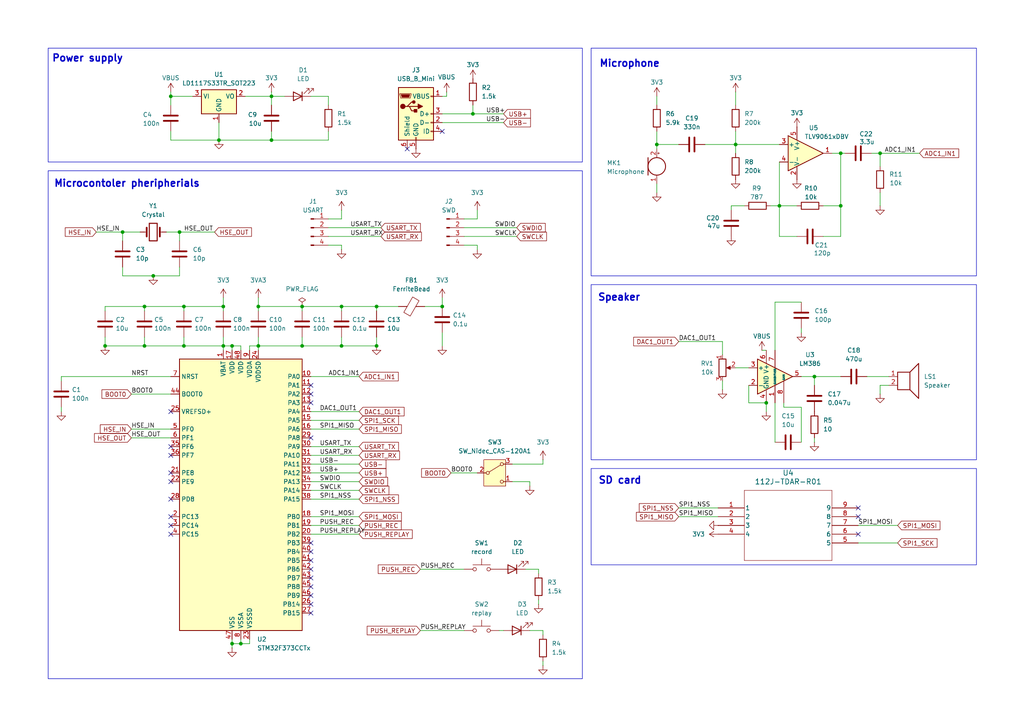
<source format=kicad_sch>
(kicad_sch (version 20231120) (generator "eeschema") (generator_version "8.0")
  (paper "A4")
  (title_block (title "Voice recording and playback system with STM32") (company "Joanna Chrobot"))
  (junction (at 63.5 40.64))
  (junction (at 74.93 88.9))
  (junction (at 35.56 67.31))
  (junction (at 109.22 88.9))
  (junction (at 53.34 100.33))
  (junction (at 64.77 100.33))
  (junction (at 99.06 88.9))
  (junction (at 78.74 40.64))
  (junction (at 41.91 88.9))
  (junction (at 64.77 88.9))
  (junction (at 243.84 59.69))
  (junction (at 243.84 44.45))
  (junction (at 87.63 88.9))
  (junction (at 109.22 100.33))
  (junction (at 128.27 88.9))
  (junction (at 74.93 100.33))
  (junction (at 30.48 100.33))
  (junction (at 44.45 80.01))
  (junction (at 87.63 100.33))
  (junction (at 190.5 41.91))
  (junction (at 67.31 186.69))
  (junction (at 226.06 59.69))
  (junction (at 49.53 27.94))
  (junction (at 255.27 44.45))
  (junction (at 53.34 88.9))
  (junction (at 99.06 100.33))
  (junction (at 222.25 116.84))
  (junction (at 69.85 186.69))
  (junction (at 52.07 67.31))
  (junction (at 41.91 100.33))
  (junction (at 78.74 27.94))
  (junction (at 213.36 41.91))
  (junction (at 236.22 109.22))
  (junction (at 137.16 33.02))
  (junction (at 67.31 100.33))
  (no_connect (at 90.17 127))
  (no_connect (at 49.53 144.78))
  (no_connect (at 49.53 154.94))
  (no_connect (at 248.92 149.86))
  (no_connect (at 49.53 152.4))
  (no_connect (at 90.17 175.26))
  (no_connect (at 49.53 137.16))
  (no_connect (at 118.11 43.18))
  (no_connect (at 248.92 154.94))
  (no_connect (at 49.53 119.38))
  (no_connect (at 90.17 111.76))
  (no_connect (at 90.17 114.3))
  (no_connect (at 90.17 116.84))
  (no_connect (at 49.53 139.7))
  (no_connect (at 90.17 165.1))
  (no_connect (at 49.53 149.86))
  (no_connect (at 128.27 38.1))
  (no_connect (at 90.17 167.64))
  (no_connect (at 49.53 129.54))
  (no_connect (at 90.17 170.18))
  (no_connect (at 90.17 162.56))
  (no_connect (at 49.53 132.08))
  (no_connect (at 248.92 147.32))
  (no_connect (at 90.17 157.48))
  (no_connect (at 90.17 160.02))
  (no_connect (at 90.17 172.72))
  (no_connect (at 90.17 177.8))
  (wire (pts (xy 78.74 27.94) (xy 78.74 30.48)))
  (wire (pts (xy 90.17 27.94) (xy 95.25 27.94)))
  (wire (pts (xy 232.41 109.22) (xy 236.22 109.22)))
  (wire (pts (xy 64.77 97.79) (xy 64.77 100.33)))
  (wire (pts (xy 157.48 182.88) (xy 157.48 184.15)))
  (wire (pts (xy 226.06 46.99) (xy 226.06 59.69)))
  (wire (pts (xy 95.25 66.04) (xy 110.49 66.04)))
  (wire (pts (xy 129.54 27.94) (xy 128.27 27.94)))
  (wire (pts (xy 27.94 67.31) (xy 35.56 67.31)))
  (wire (pts (xy 209.55 110.49) (xy 209.55 113.03)))
  (wire (pts (xy 90.17 121.92) (xy 104.14 121.92)))
  (wire (pts (xy 217.17 111.76) (xy 217.17 116.84)))
  (wire (pts (xy 190.5 41.91) (xy 190.5 43.18)))
  (wire (pts (xy 49.53 38.1) (xy 49.53 40.64)))
  (wire (pts (xy 190.5 53.34) (xy 190.5 55.88)))
  (wire (pts (xy 74.93 100.33) (xy 87.63 100.33)))
  (wire (pts (xy 224.79 116.84) (xy 224.79 128.27)))
  (wire (pts (xy 67.31 100.33) (xy 69.85 100.33)))
  (wire (pts (xy 243.84 44.45) (xy 241.3 44.45)))
  (wire (pts (xy 38.1 127) (xy 49.53 127)))
  (wire (pts (xy 69.85 100.33) (xy 69.85 101.6)))
  (wire (pts (xy 53.34 97.79) (xy 53.34 100.33)))
  (wire (pts (xy 35.56 67.31) (xy 35.56 69.85)))
  (wire (pts (xy 255.27 44.45) (xy 255.27 48.26)))
  (wire (pts (xy 109.22 88.9) (xy 115.57 88.9)))
  (wire (pts (xy 134.62 66.04) (xy 149.86 66.04)))
  (wire (pts (xy 128.27 86.36) (xy 128.27 88.9)))
  (wire (pts (xy 212.09 60.96) (xy 212.09 59.69)))
  (wire (pts (xy 49.53 40.64) (xy 63.5 40.64)))
  (wire (pts (xy 255.27 55.88) (xy 255.27 59.69)))
  (wire (pts (xy 90.17 124.46) (xy 104.14 124.46)))
  (wire (pts (xy 95.25 68.58) (xy 110.49 68.58)))
  (wire (pts (xy 134.62 68.58) (xy 149.86 68.58)))
  (wire (pts (xy 52.07 69.85) (xy 52.07 67.31)))
  (wire (pts (xy 63.5 40.64) (xy 78.74 40.64)))
  (wire (pts (xy 53.34 88.9) (xy 41.91 88.9)))
  (wire (pts (xy 212.09 59.69) (xy 215.9 59.69)))
  (wire (pts (xy 257.81 111.76) (xy 255.27 111.76)))
  (wire (pts (xy 224.79 87.63) (xy 232.41 87.63)))
  (wire (pts (xy 52.07 80.01) (xy 52.07 77.47)))
  (wire (pts (xy 137.16 33.02) (xy 146.05 33.02)))
  (wire (pts (xy 53.34 100.33) (xy 64.77 100.33)))
  (wire (pts (xy 226.06 59.69) (xy 231.14 59.69)))
  (wire (pts (xy 72.39 100.33) (xy 72.39 101.6)))
  (wire (pts (xy 121.92 182.88) (xy 134.62 182.88)))
  (wire (pts (xy 78.74 38.1) (xy 78.74 40.64)))
  (wire (pts (xy 78.74 27.94) (xy 82.55 27.94)))
  (wire (pts (xy 35.56 77.47) (xy 35.56 80.01)))
  (wire (pts (xy 220.98 101.6) (xy 222.25 101.6)))
  (wire (pts (xy 209.55 99.06) (xy 209.55 102.87)))
  (wire (pts (xy 90.17 152.4) (xy 104.14 152.4)))
  (wire (pts (xy 67.31 186.69) (xy 69.85 186.69)))
  (wire (pts (xy 71.12 27.94) (xy 78.74 27.94)))
  (wire (pts (xy 243.84 68.58) (xy 243.84 59.69)))
  (wire (pts (xy 196.85 99.06) (xy 209.55 99.06)))
  (wire (pts (xy 90.17 144.78) (xy 104.14 144.78)))
  (wire (pts (xy 243.84 44.45) (xy 245.11 44.45)))
  (wire (pts (xy 30.48 97.79) (xy 30.48 100.33)))
  (wire (pts (xy 213.36 41.91) (xy 226.06 41.91)))
  (wire (pts (xy 252.73 44.45) (xy 255.27 44.45)))
  (wire (pts (xy 30.48 88.9) (xy 30.48 90.17)))
  (wire (pts (xy 213.36 106.68) (xy 217.17 106.68)))
  (wire (pts (xy 232.41 96.52) (xy 232.41 95.25)))
  (wire (pts (xy 99.06 88.9) (xy 99.06 90.17)))
  (wire (pts (xy 213.36 26.67) (xy 213.36 30.48)))
  (wire (pts (xy 95.25 63.5) (xy 99.06 63.5)))
  (wire (pts (xy 128.27 33.02) (xy 137.16 33.02)))
  (wire (pts (xy 49.53 26.67) (xy 49.53 27.94)))
  (wire (pts (xy 138.43 72.39) (xy 138.43 71.12)))
  (wire (pts (xy 222.25 119.38) (xy 222.25 116.84)))
  (wire (pts (xy 74.93 88.9) (xy 87.63 88.9)))
  (wire (pts (xy 90.17 154.94) (xy 104.14 154.94)))
  (wire (pts (xy 248.92 157.48) (xy 260.35 157.48)))
  (wire (pts (xy 90.17 142.24) (xy 104.14 142.24)))
  (wire (pts (xy 99.06 100.33) (xy 109.22 100.33)))
  (wire (pts (xy 99.06 88.9) (xy 109.22 88.9)))
  (wire (pts (xy 109.22 97.79) (xy 109.22 100.33)))
  (wire (pts (xy 72.39 185.42) (xy 72.39 186.69)))
  (wire (pts (xy 69.85 186.69) (xy 72.39 186.69)))
  (wire (pts (xy 232.41 118.11) (xy 232.41 128.27)))
  (wire (pts (xy 17.78 109.22) (xy 49.53 109.22)))
  (wire (pts (xy 63.5 35.56) (xy 63.5 40.64)))
  (wire (pts (xy 90.17 109.22) (xy 104.14 109.22)))
  (wire (pts (xy 152.4 165.1) (xy 156.21 165.1)))
  (wire (pts (xy 35.56 67.31) (xy 40.64 67.31)))
  (wire (pts (xy 38.1 124.46) (xy 49.53 124.46)))
  (wire (pts (xy 156.21 165.1) (xy 156.21 166.37)))
  (wire (pts (xy 87.63 90.17) (xy 87.63 88.9)))
  (wire (pts (xy 226.06 59.69) (xy 226.06 68.58)))
  (wire (pts (xy 69.85 185.42) (xy 69.85 186.69)))
  (wire (pts (xy 255.27 44.45) (xy 266.7 44.45)))
  (wire (pts (xy 41.91 88.9) (xy 41.91 90.17)))
  (wire (pts (xy 153.67 139.7) (xy 153.67 140.97)))
  (wire (pts (xy 90.17 134.62) (xy 104.14 134.62)))
  (wire (pts (xy 64.77 86.36) (xy 64.77 88.9)))
  (wire (pts (xy 64.77 100.33) (xy 67.31 100.33)))
  (wire (pts (xy 74.93 101.6) (xy 74.93 100.33)))
  (wire (pts (xy 213.36 41.91) (xy 213.36 44.45)))
  (wire (pts (xy 148.59 139.7) (xy 153.67 139.7)))
  (wire (pts (xy 248.92 152.4) (xy 260.35 152.4)))
  (wire (pts (xy 90.17 129.54) (xy 104.14 129.54)))
  (wire (pts (xy 204.47 41.91) (xy 213.36 41.91)))
  (wire (pts (xy 236.22 109.22) (xy 236.22 111.76)))
  (wire (pts (xy 223.52 59.69) (xy 226.06 59.69)))
  (wire (pts (xy 17.78 109.22) (xy 17.78 110.49)))
  (wire (pts (xy 41.91 88.9) (xy 30.48 88.9)))
  (wire (pts (xy 38.1 114.3) (xy 49.53 114.3)))
  (wire (pts (xy 67.31 185.42) (xy 67.31 186.69)))
  (wire (pts (xy 236.22 109.22) (xy 243.84 109.22)))
  (wire (pts (xy 251.46 109.22) (xy 257.81 109.22)))
  (wire (pts (xy 236.22 127) (xy 236.22 128.27)))
  (wire (pts (xy 130.81 137.16) (xy 138.43 137.16)))
  (wire (pts (xy 64.77 88.9) (xy 53.34 88.9)))
  (wire (pts (xy 109.22 90.17) (xy 109.22 88.9)))
  (wire (pts (xy 52.07 67.31) (xy 62.23 67.31)))
  (wire (pts (xy 90.17 119.38) (xy 104.14 119.38)))
  (wire (pts (xy 67.31 186.69) (xy 67.31 187.96)))
  (wire (pts (xy 87.63 97.79) (xy 87.63 100.33)))
  (wire (pts (xy 64.77 100.33) (xy 64.77 101.6)))
  (wire (pts (xy 74.93 88.9) (xy 74.93 90.17)))
  (wire (pts (xy 243.84 59.69) (xy 243.84 44.45)))
  (wire (pts (xy 48.26 67.31) (xy 52.07 67.31)))
  (wire (pts (xy 134.62 63.5) (xy 138.43 63.5)))
  (wire (pts (xy 217.17 116.84) (xy 222.25 116.84)))
  (wire (pts (xy 123.19 88.9) (xy 128.27 88.9)))
  (wire (pts (xy 95.25 27.94) (xy 95.25 30.48)))
  (wire (pts (xy 190.5 27.94) (xy 190.5 30.48)))
  (wire (pts (xy 41.91 100.33) (xy 53.34 100.33)))
  (wire (pts (xy 95.25 71.12) (xy 99.06 71.12)))
  (wire (pts (xy 78.74 40.64) (xy 95.25 40.64)))
  (wire (pts (xy 157.48 134.62) (xy 157.48 133.35)))
  (wire (pts (xy 153.67 182.88) (xy 157.48 182.88)))
  (wire (pts (xy 90.17 149.86) (xy 104.14 149.86)))
  (wire (pts (xy 78.74 26.67) (xy 78.74 27.94)))
  (wire (pts (xy 157.48 191.77) (xy 157.48 193.04)))
  (wire (pts (xy 41.91 97.79) (xy 41.91 100.33)))
  (wire (pts (xy 64.77 88.9) (xy 64.77 90.17)))
  (wire (pts (xy 137.16 30.48) (xy 137.16 33.02)))
  (wire (pts (xy 121.92 165.1) (xy 134.62 165.1)))
  (wire (pts (xy 49.53 27.94) (xy 55.88 27.94)))
  (wire (pts (xy 190.5 38.1) (xy 190.5 41.91)))
  (wire (pts (xy 87.63 88.9) (xy 99.06 88.9)))
  (wire (pts (xy 196.85 147.32) (xy 208.28 147.32)))
  (wire (pts (xy 35.56 80.01) (xy 44.45 80.01)))
  (wire (pts (xy 74.93 86.36) (xy 74.93 88.9)))
  (wire (pts (xy 53.34 88.9) (xy 53.34 90.17)))
  (wire (pts (xy 90.17 139.7) (xy 104.14 139.7)))
  (wire (pts (xy 17.78 119.38) (xy 17.78 118.11)))
  (wire (pts (xy 238.76 68.58) (xy 243.84 68.58)))
  (wire (pts (xy 227.33 116.84) (xy 227.33 118.11)))
  (wire (pts (xy 227.33 118.11) (xy 232.41 118.11)))
  (wire (pts (xy 213.36 38.1) (xy 213.36 41.91)))
  (wire (pts (xy 49.53 27.94) (xy 49.53 30.48)))
  (wire (pts (xy 67.31 100.33) (xy 67.31 101.6)))
  (wire (pts (xy 99.06 60.96) (xy 99.06 63.5)))
  (wire (pts (xy 238.76 59.69) (xy 243.84 59.69)))
  (wire (pts (xy 255.27 111.76) (xy 255.27 114.3)))
  (wire (pts (xy 224.79 101.6) (xy 224.79 87.63)))
  (wire (pts (xy 128.27 35.56) (xy 146.05 35.56)))
  (wire (pts (xy 190.5 41.91) (xy 196.85 41.91)))
  (wire (pts (xy 30.48 100.33) (xy 41.91 100.33)))
  (wire (pts (xy 74.93 97.79) (xy 74.93 100.33)))
  (wire (pts (xy 87.63 100.33) (xy 99.06 100.33)))
  (wire (pts (xy 226.06 68.58) (xy 231.14 68.58)))
  (wire (pts (xy 144.78 182.88) (xy 146.05 182.88)))
  (wire (pts (xy 72.39 100.33) (xy 74.93 100.33)))
  (wire (pts (xy 148.59 134.62) (xy 157.48 134.62)))
  (wire (pts (xy 138.43 60.96) (xy 138.43 63.5)))
  (wire (pts (xy 129.54 26.67) (xy 129.54 27.94)))
  (wire (pts (xy 134.62 71.12) (xy 138.43 71.12)))
  (wire (pts (xy 128.27 96.52) (xy 128.27 100.33)))
  (wire (pts (xy 90.17 137.16) (xy 104.14 137.16)))
  (wire (pts (xy 99.06 72.39) (xy 99.06 71.12)))
  (wire (pts (xy 196.85 149.86) (xy 208.28 149.86)))
  (wire (pts (xy 156.21 173.99) (xy 156.21 175.26)))
  (wire (pts (xy 44.45 80.01) (xy 52.07 80.01)))
  (wire (pts (xy 99.06 100.33) (xy 99.06 97.79)))
  (wire (pts (xy 90.17 132.08) (xy 104.14 132.08)))
  (wire (pts (xy 95.25 38.1) (xy 95.25 40.64)))
  (rectangle (start 13.97 49.53) (end 168.91 196.85))
  (rectangle (start 171.45 82.55) (end 283.21 133.35))
  (rectangle (start 171.45 13.97) (end 283.21 80.01))
  (rectangle (start 171.45 135.89) (end 283.21 163.83))
  (rectangle (start 13.97 13.97) (end 168.91 46.99))
  (text "Microphone" (at 182.626 18.542 0) (effects (font (size 2.032 2.032) (thickness 0.4064) (bold yes))))
  (text "Microcontoler pheripherials" (at 36.83 53.34 0) (effects (font (size 2.032 2.032) (thickness 0.4064) (bold yes))))
  (text "Speaker" (at 179.578 86.36 0) (effects (font (size 2.032 2.032) (thickness 0.4064) (bold yes))))
  (text "Power supply" (at 25.4 17.018 0) (effects (font (size 2.032 2.032) (thickness 0.4064) (bold yes))))
  (text "SD card" (at 179.832 139.446 0) (effects (font (size 2.032 2.032) (thickness 0.4064) (bold yes))))
  (label "USART_TX" (at 92.71 129.54 0))
  (label "ADC1_IN1" (at 95.25 109.22 0))
  (label "SWDIO" (at 92.71 139.7 0))
  (label "SPI1_MOSI" (at 92.71 149.86 0))
  (label "USART_TX" (at 101.6 66.04 0))
  (label "SWCLK" (at 92.71 142.24 0))
  (label "PUSH_REPLAY" (at 121.92 182.88 0))
  (label "DAC1_OUT1" (at 92.71 119.38 0))
  (label "USB+" (at 92.71 137.16 0))
  (label "SWDIO" (at 143.51 66.04 0))
  (label "USB-" (at 140.97 35.56 0))
  (label "SPI1_MISO" (at 196.85 149.86 0))
  (label "PUSH_REC" (at 92.71 152.4 0))
  (label "HSE_IN" (at 38.1 124.46 0))
  (label "BOOT0" (at 130.81 137.16 0))
  (label "NRST" (at 38.1 109.22 0))
  (label "PUSH_REPLAY" (at 92.71 154.94 0))
  (label "SWCLK" (at 143.51 68.58 0))
  (label "PUSH_REC" (at 121.92 165.1 0))
  (label "HSE_IN" (at 27.94 67.31 0))
  (label "SPI1_NSS" (at 92.71 144.78 0))
  (label "SPI1_MISO" (at 92.71 124.46 0))
  (label "SPI1_MOSI" (at 248.92 152.4 0))
  (label "USB+" (at 140.97 33.02 0))
  (label "USB-" (at 92.71 134.62 0))
  (label "USART_RX" (at 101.6 68.58 0))
  (label "BOOT0" (at 38.1 114.3 0))
  (label "DAC1_OUT1" (at 196.85 99.06 0))
  (label "HSE_OUT" (at 38.1 127 0))
  (label "USART_RX" (at 92.71 132.08 0))
  (label "SPI1_NSS" (at 196.85 147.32 0))
  (label "HSE_OUT" (at 53.34 67.31 0))
  (label "ADC1_IN1" (at 256.54 44.45 0))
  (global_label "PUSH_REPLAY" (shape input) (at 121.92 182.88 180) (property "Intersheetrefs" "${INTERSHEET_REFS}" (effects (hide yes))))
  (global_label "PUSH_REPLAY" (shape input) (at 104.14 154.94 0) (property "Intersheetrefs" "${INTERSHEET_REFS}" (effects (hide yes))))
  (global_label "SPI1_NSS" (shape input) (at 104.14 144.78 0) (property "Intersheetrefs" "${INTERSHEET_REFS}" (effects (hide yes))))
  (global_label "SPI1_MOSI" (shape input) (at 104.14 149.86 0) (property "Intersheetrefs" "${INTERSHEET_REFS}" (effects (hide yes))))
  (global_label "SPI1_MOSI" (shape input) (at 260.35 152.4 0) (property "Intersheetrefs" "${INTERSHEET_REFS}" (effects (hide yes))))
  (global_label "HSE_OUT" (shape input) (at 62.23 67.31 0) (property "Intersheetrefs" "${INTERSHEET_REFS}" (effects (hide yes))))
  (global_label "HSE_OUT" (shape input) (at 38.1 127 180) (property "Intersheetrefs" "${INTERSHEET_REFS}" (effects (hide yes))))
  (global_label "USART_TX" (shape input) (at 104.14 129.54 0) (property "Intersheetrefs" "${INTERSHEET_REFS}" (effects (hide yes))))
  (global_label "DAC1_OUT1" (shape input) (at 196.85 99.06 180) (property "Intersheetrefs" "${INTERSHEET_REFS}" (effects (hide yes))))
  (global_label "USART_TX" (shape input) (at 110.49 66.04 0) (property "Intersheetrefs" "${INTERSHEET_REFS}" (effects (hide yes))))
  (global_label "HSE_IN" (shape input) (at 27.94 67.31 180) (property "Intersheetrefs" "${INTERSHEET_REFS}" (effects (hide yes))))
  (global_label "HSE_IN" (shape input) (at 38.1 124.46 180) (property "Intersheetrefs" "${INTERSHEET_REFS}" (effects (hide yes))))
  (global_label "SWDIO" (shape input) (at 149.86 66.04 0) (property "Intersheetrefs" "${INTERSHEET_REFS}" (effects (hide yes))))
  (global_label "USB-" (shape input) (at 146.05 35.56 0) (property "Intersheetrefs" "${INTERSHEET_REFS}" (effects (hide yes))))
  (global_label "SWCLK" (shape input) (at 104.14 142.24 0) (property "Intersheetrefs" "${INTERSHEET_REFS}" (effects (hide yes))))
  (global_label "SPI1_MISO" (shape input) (at 104.14 124.46 0) (property "Intersheetrefs" "${INTERSHEET_REFS}" (effects (hide yes))))
  (global_label "USB-" (shape input) (at 104.14 134.62 0) (property "Intersheetrefs" "${INTERSHEET_REFS}" (effects (hide yes))))
  (global_label "SPI1_NSS" (shape input) (at 196.85 147.32 180) (property "Intersheetrefs" "${INTERSHEET_REFS}" (effects (hide yes))))
  (global_label "USART_RX" (shape input) (at 110.49 68.58 0) (property "Intersheetrefs" "${INTERSHEET_REFS}" (effects (hide yes))))
  (global_label "USART_RX" (shape input) (at 104.14 132.08 0) (property "Intersheetrefs" "${INTERSHEET_REFS}" (effects (hide yes))))
  (global_label "SWCLK" (shape input) (at 149.86 68.58 0) (property "Intersheetrefs" "${INTERSHEET_REFS}" (effects (hide yes))))
  (global_label "DAC1_OUT1" (shape input) (at 104.14 119.38 0) (property "Intersheetrefs" "${INTERSHEET_REFS}" (effects (hide yes))))
  (global_label "SPI1_SCK" (shape input) (at 104.14 121.92 0) (property "Intersheetrefs" "${INTERSHEET_REFS}" (effects (hide yes))))
  (global_label "USB+" (shape input) (at 104.14 137.16 0) (property "Intersheetrefs" "${INTERSHEET_REFS}" (effects (hide yes))))
  (global_label "ADC1_IN1" (shape input) (at 266.7 44.45 0) (property "Intersheetrefs" "${INTERSHEET_REFS}" (effects (hide yes))))
  (global_label "USB+" (shape input) (at 146.05 33.02 0) (property "Intersheetrefs" "${INTERSHEET_REFS}" (effects (hide yes))))
  (global_label "SPI1_SCK" (shape input) (at 260.35 157.48 0) (property "Intersheetrefs" "${INTERSHEET_REFS}" (effects (hide yes))))
  (global_label "BOOT0" (shape input) (at 38.1 114.3 180) (property "Intersheetrefs" "${INTERSHEET_REFS}" (effects (hide yes))))
  (global_label "PUSH_REC" (shape input) (at 104.14 152.4 0) (property "Intersheetrefs" "${INTERSHEET_REFS}" (effects (hide yes))))
  (global_label "SWDIO" (shape input) (at 104.14 139.7 0) (property "Intersheetrefs" "${INTERSHEET_REFS}" (effects (hide yes))))
  (global_label "BOOT0" (shape input) (at 130.81 137.16 180) (property "Intersheetrefs" "${INTERSHEET_REFS}" (effects (hide yes))))
  (global_label "ADC1_IN1" (shape input) (at 104.14 109.22 0) (property "Intersheetrefs" "${INTERSHEET_REFS}" (effects (hide yes))))
  (global_label "PUSH_REC" (shape input) (at 121.92 165.1 180) (property "Intersheetrefs" "${INTERSHEET_REFS}" (effects (hide yes))))
  (global_label "SPI1_MISO" (shape input) (at 196.85 149.86 180) (property "Intersheetrefs" "${INTERSHEET_REFS}" (effects (hide yes))))
  (symbol (lib_id "Device:C") (at 234.95 68.58 90) (unit 1)
    (property "Reference" "C21" (at 238.252 71.12 90))
    (property "Value" "120p" (at 238.506 73.406 90))
    (property "Footprint" "Capacitor_SMD:C_0805_2012Metric_Pad1.18x1.45mm_HandSolder" (effects (hide yes)))
    (property "Description" "Unpolarized capacitor" (effects (hide yes)))
  )
  (symbol (lib_id "power:VCC") (at 64.77 86.36 0) (unit 1)
    (property "Reference" "#PWR06" (effects (hide yes)))
    (property "Value" "3V3" (at 64.77 81.28 0))
    (property "Description" "Power symbol creates a global label with name \"VCC\"" (effects (hide yes)))
  )
  (symbol (lib_id "power:VCC") (at 74.93 86.36 0) (unit 1)
    (property "Reference" "#PWR09" (effects (hide yes)))
    (property "Value" "3VA3" (at 74.93 81.28 0))
    (property "Description" "Power symbol creates a global label with name \"VCC\"" (effects (hide yes)))
  )
  (symbol (lib_id "Device:FerriteBead") (at 119.38 88.9 90) (unit 1)
    (property "Reference" "FB1" (at 119.3292 81.28 90))
    (property "Value" "FerriteBead" (at 119.3292 83.82 90))
    (property "Footprint" "Inductor_SMD:L_0805_2012Metric_Pad1.05x1.20mm_HandSolder" (effects (hide yes)))
    (property "Description" "Ferrite bead" (effects (hide yes)))
  )
  (symbol (lib_id "Amplifier_Operational:TLV9061xDBV") (at 233.68 44.45 0) (unit 1)
    (property "Reference" "U5" (at 235.966 37.084 0))
    (property "Value" "TLV9061xDBV" (at 239.776 39.624 0))
    (property "Footprint" "Package_TO_SOT_SMD:SOT-23-5" (effects (hide yes)))
    (property "Datasheet" "https://www.ti.com/lit/ds/symlink/tlv9061.pdf" (effects (hide yes)))
    (property "Description" "10-MHz, RRIO, CMOS Operational Amplifiers for Cost-Sensitive Systems, SOT-23-5" (effects (hide yes)))
  )
  (symbol (lib_id "power:VCC") (at 208.28 154.94 90) (unit 1)
    (property "Reference" "#PWR036" (effects (hide yes)))
    (property "Value" "3V3" (at 204.47 154.9399 90) (effects (justify left)))
    (property "Description" "Power symbol creates a global label with name \"VCC\"" (effects (hide yes)))
  )
  (symbol (lib_id "Device:R") (at 137.16 26.67 0) (unit 1)
    (property "Reference" "R2" (at 139.7 25.3999 0) (effects (justify left)))
    (property "Value" "1.5k" (at 139.7 27.9399 0) (effects (justify left)))
    (property "Footprint" "Resistor_SMD:R_0805_2012Metric_Pad1.20x1.40mm_HandSolder" (effects (hide yes)))
    (property "Description" "Resistor" (effects (hide yes)))
  )
  (symbol (lib_id "Device:Microphone") (at 190.5 48.26 0) (unit 1)
    (property "Reference" "MK1" (at 176.022 47.244 0) (effects (justify left)))
    (property "Value" "Microphone" (at 176.022 49.784 0) (effects (justify left)))
    (property "Footprint" "my_custom_stuff:microphone" (effects (hide yes)))
    (property "Description" "Microphone" (effects (hide yes)))
  )
  (symbol (lib_id "Switch:SW_Nidec_CAS-120A1") (at 143.51 137.16 0) (unit 1)
    (property "Reference" "SW3" (at 143.51 128.27 0))
    (property "Value" "SW_Nidec_CAS-120A1" (at 143.51 130.81 0))
    (property "Footprint" "Button_Switch_SMD:Nidec_Copal_CAS-120A" (effects (hide yes)))
    (property "Datasheet" "https://www.nidec-components.com/e/catalog/switch/cas.pdf" (effects (hide yes)))
    (property "Description" "Switch, single pole double throw" (effects (hide yes)))
  )
  (symbol (lib_id "power:GND") (at 109.22 100.33 0) (unit 1)
    (property "Reference" "#PWR012" (effects (hide yes)))
    (property "Value" "GND" (effects (hide yes)))
    (property "Description" "Power symbol creates a global label with name \"GND\" , ground" (effects (hide yes)))
  )
  (symbol (lib_id "Connector:Conn_01x04_Pin") (at 90.17 66.04 0) (unit 1)
    (property "Reference" "J1" (at 90.805 58.42 0))
    (property "Value" "USART" (at 90.805 60.96 0))
    (property "Footprint" "Connector_PinHeader_2.54mm:PinHeader_1x04_P2.54mm_Vertical" (effects (hide yes)))
    (property "Description" "Generic connector, single row, 01x04, script generated" (effects (hide yes)))
  )
  (symbol (lib_id "Device:C") (at 109.22 93.98 0) (unit 1)
    (property "Reference" "C13" (at 112.268 92.71 0) (effects (justify left)))
    (property "Value" "10u" (at 112.268 95.25 0) (effects (justify left)))
    (property "Footprint" "Capacitor_SMD:C_0805_2012Metric_Pad1.18x1.45mm_HandSolder" (effects (hide yes)))
    (property "Description" "Unpolarized capacitor" (effects (hide yes)))
  )
  (symbol (lib_id "power:GND") (at 208.28 152.4 270) (unit 1)
    (property "Reference" "#PWR035" (effects (hide yes)))
    (property "Value" "GND" (effects (hide yes)))
    (property "Description" "Power symbol creates a global label with name \"GND\" , ground" (effects (hide yes)))
  )
  (symbol (lib_id "Device:R") (at 236.22 123.19 0) (unit 1)
    (property "Reference" "R5" (at 238.76 121.9199 0) (effects (justify left)))
    (property "Value" "10" (at 238.76 124.4599 0) (effects (justify left)))
    (property "Footprint" "Resistor_SMD:R_0805_2012Metric_Pad1.20x1.40mm_HandSolder" (effects (hide yes)))
    (property "Description" "Resistor" (effects (hide yes)))
  )
  (symbol (lib_id "power:VCC") (at 138.43 60.96 0) (unit 1)
    (property "Reference" "#PWR013" (effects (hide yes)))
    (property "Value" "3V3" (at 138.43 55.88 0))
    (property "Description" "Power symbol creates a global label with name \"VCC\"" (effects (hide yes)))
  )
  (symbol (lib_id "Device:R") (at 190.5 34.29 0) (unit 1)
    (property "Reference" "R6" (at 193.04 33.0199 0) (effects (justify left)))
    (property "Value" "5.9k" (at 193.04 35.5599 0) (effects (justify left)))
    (property "Footprint" "Resistor_SMD:R_0805_2012Metric_Pad1.20x1.40mm_HandSolder" (effects (hide yes)))
    (property "Description" "Resistor" (effects (hide yes)))
  )
  (symbol (lib_id "power:GND") (at 17.78 119.38 0) (unit 1)
    (property "Reference" "#PWR01" (effects (hide yes)))
    (property "Value" "GND" (effects (hide yes)))
    (property "Description" "Power symbol creates a global label with name \"GND\" , ground" (effects (hide yes)))
  )
  (symbol (lib_id "Device:C") (at 228.6 128.27 90) (unit 1)
    (property "Reference" "C15" (at 228.6 120.65 90))
    (property "Value" "10u" (at 228.6 123.19 90))
    (property "Footprint" "Capacitor_SMD:C_0805_2012Metric_Pad1.18x1.45mm_HandSolder" (effects (hide yes)))
    (property "Description" "Unpolarized capacitor" (effects (hide yes)))
  )
  (symbol (lib_id "power:VCC") (at 190.5 27.94 0) (unit 1)
    (property "Reference" "#PWR029" (effects (hide yes)))
    (property "Value" "3V3" (at 190.5 23.876 0))
    (property "Description" "Power symbol creates a global label with name \"VCC\"" (effects (hide yes)))
  )
  (symbol (lib_id "power:VCC") (at 128.27 86.36 0) (unit 1)
    (property "Reference" "#PWR016" (effects (hide yes)))
    (property "Value" "3V3" (at 128.27 81.28 0))
    (property "Description" "Power symbol creates a global label with name \"VCC\"" (effects (hide yes)))
  )
  (symbol (lib_id "Device:C") (at 200.66 41.91 90) (unit 1)
    (property "Reference" "C19" (at 200.66 34.29 90))
    (property "Value" "330n" (at 200.66 36.83 90))
    (property "Footprint" "Capacitor_SMD:C_0805_2012Metric_Pad1.18x1.45mm_HandSolder" (effects (hide yes)))
    (property "Description" "Unpolarized capacitor" (effects (hide yes)))
  )
  (symbol (lib_id "power:GND") (at 153.67 140.97 0) (unit 1)
    (property "Reference" "#PWR021" (effects (hide yes)))
    (property "Value" "GND" (effects (hide yes)))
    (property "Description" "Power symbol creates a global label with name \"GND\" , ground" (effects (hide yes)))
  )
  (symbol (lib_id "power:GND") (at 212.09 68.58 0) (unit 1)
    (property "Reference" "#PWR032" (effects (hide yes)))
    (property "Value" "GND" (effects (hide yes)))
    (property "Description" "Power symbol creates a global label with name \"GND\" , ground" (effects (hide yes)))
  )
  (symbol (lib_id "power:VCC") (at 137.16 22.86 0) (unit 1)
    (property "Reference" "#PWR019" (effects (hide yes)))
    (property "Value" "3V3" (at 137.16 18.796 0))
    (property "Description" "Power symbol creates a global label with name \"VCC\"" (effects (hide yes)))
  )
  (symbol (lib_id "Amplifier_Audio:LM386") (at 224.79 109.22 0) (unit 1)
    (property "Reference" "U3" (at 234.95 102.9014 0))
    (property "Value" "LM386" (at 234.95 105.4414 0))
    (property "Footprint" "ADL5370ACPZ:M08A_TEX" (effects (hide yes)))
    (property "Datasheet" "http://www.ti.com/lit/ds/symlink/lm386.pdf" (effects (hide yes)))
    (property "Description" "Low Voltage Audio Power Amplifier, DIP-8/SOIC-8/SSOP-8" (effects (hide yes)))
  )
  (symbol (lib_id "Device:C") (at 41.91 93.98 0) (unit 1)
    (property "Reference" "C5" (at 44.704 92.71 0) (effects (justify left)))
    (property "Value" "100n" (at 44.704 95.25 0) (effects (justify left)))
    (property "Footprint" "Capacitor_SMD:C_0805_2012Metric_Pad1.18x1.45mm_HandSolder" (effects (hide yes)))
    (property "Description" "Unpolarized capacitor" (effects (hide yes)))
  )
  (symbol (lib_id "Device:C") (at 248.92 44.45 90) (unit 1)
    (property "Reference" "C22" (at 251.206 38.862 90))
    (property "Value" "3.3u" (at 251.46 41.148 90))
    (property "Footprint" "Capacitor_SMD:C_0805_2012Metric_Pad1.18x1.45mm_HandSolder" (effects (hide yes)))
    (property "Description" "Unpolarized capacitor" (effects (hide yes)))
  )
  (symbol (lib_id "power:GND") (at 255.27 114.3 0) (unit 1)
    (property "Reference" "#PWR031" (effects (hide yes)))
    (property "Value" "GND" (effects (hide yes)))
    (property "Description" "Power symbol creates a global label with name \"GND\" , ground" (effects (hide yes)))
  )
  (symbol (lib_id "2025-12-27_23-38-34:112J-TDAR-R01") (at 208.28 147.32 0) (unit 1)
    (property "Reference" "U4" (at 228.6 137.16 0) (effects (font (size 1.524 1.524))))
    (property "Value" "112J-TDAR-R01" (at 228.6 139.7 0) (effects (font (size 1.524 1.524))))
    (property "Footprint" "112J_TDAR_R01:112J-TDAR-R01_ATT" (effects (hide yes)))
    (property "Datasheet" "112J-TDAR-R01" (effects (hide yes)))
  )
  (symbol (lib_id "Device:R") (at 255.27 52.07 180) (unit 1)
    (property "Reference" "R11" (at 259.842 50.546 0))
    (property "Value" "10k" (at 259.842 53.086 0))
    (property "Footprint" "Resistor_SMD:R_0805_2012Metric_Pad1.20x1.40mm_HandSolder" (effects (hide yes)))
    (property "Description" "Resistor" (effects (hide yes)))
  )
  (symbol (lib_id "Device:LED") (at 149.86 182.88 180) (unit 1)
    (property "Reference" "D3" (at 151.4475 175.26 0))
    (property "Value" "LED" (at 151.4475 177.8 0))
    (property "Footprint" "LED_SMD:LED_0805_2012Metric_Pad1.15x1.40mm_HandSolder" (effects (hide yes)))
    (property "Description" "Light emitting diode" (effects (hide yes)))
  )
  (symbol (lib_id "power:VCC") (at 220.98 101.6 0) (unit 1)
    (property "Reference" "#PWR025" (effects (hide yes)))
    (property "Value" "VBUS" (at 220.98 97.536 0))
    (property "Description" "Power symbol creates a global label with name \"VCC\"" (effects (hide yes)))
  )
  (symbol (lib_id "power:PWR_FLAG") (at 87.63 88.9 0) (unit 1)
    (property "Reference" "#FLG01" (effects (hide yes)))
    (property "Value" "PWR_FLAG" (at 87.63 83.82 0))
    (property "Description" "Special symbol for telling ERC where power comes from" (effects (hide yes)))
  )
  (symbol (lib_id "Device:C") (at 35.56 73.66 0) (unit 1)
    (property "Reference" "C3" (at 39.37 72.3899 0) (effects (justify left)))
    (property "Value" "10p" (at 39.37 74.9299 0) (effects (justify left)))
    (property "Footprint" "Capacitor_SMD:C_0805_2012Metric_Pad1.18x1.45mm_HandSolder" (effects (hide yes)))
    (property "Description" "Unpolarized capacitor" (effects (hide yes)))
  )
  (symbol (lib_id "power:GND") (at 128.27 100.33 0) (unit 1)
    (property "Reference" "#PWR017" (effects (hide yes)))
    (property "Value" "GND" (effects (hide yes)))
    (property "Description" "Power symbol creates a global label with name \"GND\" , ground" (effects (hide yes)))
  )
  (symbol (lib_id "power:GND") (at 156.21 175.26 0) (unit 1)
    (property "Reference" "#PWR023" (effects (hide yes)))
    (property "Value" "GND" (effects (hide yes)))
    (property "Description" "Power symbol creates a global label with name \"GND\" , ground" (effects (hide yes)))
  )
  (symbol (lib_id "Switch:SW_Push") (at 139.7 165.1 0) (unit 1)
    (property "Reference" "SW1" (at 139.7 157.48 0))
    (property "Value" "record" (at 139.7 160.02 0))
    (property "Footprint" "my_custom_stuff:button" (effects (hide yes)))
    (property "Description" "Push button switch, generic, two pins" (effects (hide yes)))
  )
  (symbol (lib_id "Device:Speaker") (at 262.89 109.22 0) (unit 1)
    (property "Reference" "LS1" (at 267.97 109.2199 0) (effects (justify left)))
    (property "Value" "Speaker" (at 267.97 111.7599 0) (effects (justify left)))
    (property "Footprint" "my_custom_stuff:speaker" (effects (hide yes)))
    (property "Description" "Speaker" (effects (hide yes)))
  )
  (symbol (lib_id "Device:C") (at 78.74 34.29 0) (unit 1)
    (property "Reference" "C9" (at 71.882 33.274 0) (effects (justify left)))
    (property "Value" "10u" (at 72.136 35.814 0) (effects (justify left)))
    (property "Footprint" "Capacitor_SMD:C_0805_2012Metric_Pad1.18x1.45mm_HandSolder" (effects (hide yes)))
    (property "Description" "Unpolarized capacitor" (effects (hide yes)))
  )
  (symbol (lib_id "Device:C") (at 49.53 34.29 0) (unit 1)
    (property "Reference" "C4" (at 41.402 33.274 0) (effects (justify left)))
    (property "Value" "100n" (at 41.402 35.814 0) (effects (justify left)))
    (property "Footprint" "Capacitor_SMD:C_0805_2012Metric_Pad1.18x1.45mm_HandSolder" (effects (hide yes)))
    (property "Description" "Unpolarized capacitor" (effects (hide yes)))
  )
  (symbol (lib_id "Device:LED") (at 86.36 27.94 180) (unit 1)
    (property "Reference" "D1" (at 87.9475 20.32 0))
    (property "Value" "LED" (at 87.9475 22.86 0))
    (property "Footprint" "LED_SMD:LED_0805_2012Metric_Pad1.15x1.40mm_HandSolder" (effects (hide yes)))
    (property "Description" "Light emitting diode" (effects (hide yes)))
  )
  (symbol (lib_id "Device:C") (at 64.77 93.98 0) (unit 1)
    (property "Reference" "C8" (at 67.564 92.71 0) (effects (justify left)))
    (property "Value" "100n" (at 67.564 95.25 0) (effects (justify left)))
    (property "Footprint" "Capacitor_SMD:C_0805_2012Metric_Pad1.18x1.45mm_HandSolder" (effects (hide yes)))
    (property "Description" "Unpolarized capacitor" (effects (hide yes)))
  )
  (symbol (lib_id "power:GND") (at 190.5 55.88 0) (unit 1)
    (property "Reference" "#PWR030" (effects (hide yes)))
    (property "Value" "GND" (effects (hide yes)))
    (property "Description" "Power symbol creates a global label with name \"GND\" , ground" (effects (hide yes)))
  )
  (symbol (lib_id "MCU_ST_STM32F3:STM32F373CCTx") (at 69.85 144.78 0) (unit 1)
    (property "Reference" "U2" (at 74.5841 185.42 0) (effects (justify left)))
    (property "Value" "STM32F373CCTx" (at 74.5841 187.96 0) (effects (justify left)))
    (property "Footprint" "Package_QFP:LQFP-48_7x7mm_P0.5mm" (effects (hide yes)))
    (property "Datasheet" "https://www.st.com/resource/en/datasheet/stm32f373cc.pdf" (effects (hide yes)))
    (property "Description" "STMicroelectronics Arm Cortex-M4 MCU, 256KB flash, 32KB RAM, 72 MHz, 2.0-3.6V, 37 GPIO, LQFP48" (effects (hide yes)))
  )
  (symbol (lib_id "Device:C") (at 30.48 93.98 0) (unit 1)
    (property "Reference" "C2" (at 33.528 92.71 0) (effects (justify left)))
    (property "Value" "10u" (at 33.528 95.25 0) (effects (justify left)))
    (property "Footprint" "Capacitor_SMD:C_0805_2012Metric_Pad1.18x1.45mm_HandSolder" (effects (hide yes)))
    (property "Description" "Unpolarized capacitor" (effects (hide yes)))
  )
  (symbol (lib_id "Connector:Conn_01x04_Pin") (at 129.54 66.04 0) (unit 1)
    (property "Reference" "J2" (at 130.175 58.42 0))
    (property "Value" "SWD" (at 130.175 60.96 0))
    (property "Footprint" "Connector_PinHeader_2.54mm:PinHeader_1x04_P2.54mm_Vertical" (effects (hide yes)))
    (property "Description" "Generic connector, single row, 01x04, script generated" (effects (hide yes)))
  )
  (symbol (lib_id "Device:C") (at 87.63 93.98 0) (unit 1)
    (property "Reference" "C11" (at 90.678 92.71 0) (effects (justify left)))
    (property "Value" "100n" (at 90.678 95.25 0) (effects (justify left)))
    (property "Footprint" "Capacitor_SMD:C_0805_2012Metric_Pad1.18x1.45mm_HandSolder" (effects (hide yes)))
    (property "Description" "Unpolarized capacitor" (effects (hide yes)))
  )
  (symbol (lib_id "power:GND") (at 209.55 113.03 0) (unit 1)
    (property "Reference" "#PWR020" (effects (hide yes)))
    (property "Value" "GND" (effects (hide yes)))
    (property "Description" "Power symbol creates a global label with name \"GND\" , ground" (effects (hide yes)))
  )
  (symbol (lib_id "Device:C") (at 128.27 92.71 0) (unit 1)
    (property "Reference" "C14" (at 131.318 91.44 0) (effects (justify left)))
    (property "Value" "0.1u" (at 131.318 93.98 0) (effects (justify left)))
    (property "Footprint" "Capacitor_SMD:C_0805_2012Metric_Pad1.18x1.45mm_HandSolder" (effects (hide yes)))
    (property "Description" "Unpolarized capacitor" (effects (hide yes)))
  )
  (symbol (lib_id "Device:C") (at 236.22 115.57 0) (unit 1)
    (property "Reference" "C17" (at 240.03 114.2999 0) (effects (justify left)))
    (property "Value" "0.047u" (at 240.03 116.8399 0) (effects (justify left)))
    (property "Footprint" "Capacitor_SMD:C_0805_2012Metric_Pad1.18x1.45mm_HandSolder" (effects (hide yes)))
    (property "Description" "Unpolarized capacitor" (effects (hide yes)))
  )
  (symbol (lib_id "Device:C") (at 232.41 91.44 180) (unit 1)
    (property "Reference" "C16" (at 236.22 90.1699 0) (effects (justify right)))
    (property "Value" "100p" (at 236.22 92.7099 0) (effects (justify right)))
    (property "Footprint" "Capacitor_SMD:C_0805_2012Metric_Pad1.18x1.45mm_HandSolder" (effects (hide yes)))
    (property "Description" "Unpolarized capacitor" (effects (hide yes)))
  )
  (symbol (lib_id "Device:R") (at 234.95 59.69 90) (unit 1)
    (property "Reference" "R10" (at 235.204 54.61 90))
    (property "Value" "10k" (at 235.204 57.15 90))
    (property "Footprint" "Resistor_SMD:R_0805_2012Metric_Pad1.20x1.40mm_HandSolder" (effects (hide yes)))
    (property "Description" "Resistor" (effects (hide yes)))
  )
  (symbol (lib_id "Device:C") (at 17.78 114.3 0) (unit 1)
    (property "Reference" "C1" (at 20.828 113.03 0) (effects (justify left)))
    (property "Value" "100n" (at 20.828 115.57 0) (effects (justify left)))
    (property "Footprint" "Capacitor_SMD:C_0805_2012Metric_Pad1.18x1.45mm_HandSolder" (effects (hide yes)))
    (property "Description" "Unpolarized capacitor" (effects (hide yes)))
  )
  (symbol (lib_id "Regulator_Linear:LD1117S33TR_SOT223") (at 63.5 27.94 0) (unit 1)
    (property "Reference" "U1" (at 63.5 21.59 0))
    (property "Value" "LD1117S33TR_SOT223" (at 63.5 24.13 0))
    (property "Footprint" "Package_TO_SOT_SMD:SOT-223-3_TabPin2" (effects (hide yes)))
    (property "Datasheet" "http://www.st.com/st-web-ui/static/active/en/resource/technical/document/datasheet/CD00000544.pdf" (effects (hide yes)))
    (property "Description" "800mA Fixed Low Drop Positive Voltage Regulator, Fixed Output 3.3V, SOT-223" (effects (hide yes)))
  )
  (symbol (lib_id "power:VCC") (at 99.06 60.96 0) (unit 1)
    (property "Reference" "#PWR010" (effects (hide yes)))
    (property "Value" "3V3" (at 99.06 55.88 0))
    (property "Description" "Power symbol creates a global label with name \"VCC\"" (effects (hide yes)))
  )
  (symbol (lib_id "power:GND") (at 120.65 43.18 0) (unit 1)
    (property "Reference" "#PWR015" (effects (hide yes)))
    (property "Value" "GND" (effects (hide yes)))
    (property "Description" "Power symbol creates a global label with name \"GND\" , ground" (effects (hide yes)))
  )
  (symbol (lib_id "Device:R") (at 213.36 34.29 0) (unit 1)
    (property "Reference" "R7" (at 215.9 33.0199 0) (effects (justify left)))
    (property "Value" "200k" (at 215.9 35.5599 0) (effects (justify left)))
    (property "Footprint" "Resistor_SMD:R_0805_2012Metric_Pad1.20x1.40mm_HandSolder" (effects (hide yes)))
    (property "Description" "Resistor" (effects (hide yes)))
  )
  (symbol (lib_id "Device:C") (at 99.06 93.98 0) (unit 1)
    (property "Reference" "C12" (at 102.108 92.71 0) (effects (justify left)))
    (property "Value" "0.1u" (at 102.108 95.25 0) (effects (justify left)))
    (property "Footprint" "Capacitor_SMD:C_0805_2012Metric_Pad1.18x1.45mm_HandSolder" (effects (hide yes)))
    (property "Description" "Unpolarized capacitor" (effects (hide yes)))
  )
  (symbol (lib_id "Switch:SW_Push") (at 139.7 182.88 0) (unit 1)
    (property "Reference" "SW2" (at 139.7 175.26 0))
    (property "Value" "replay" (at 139.7 177.8 0))
    (property "Footprint" "my_custom_stuff:button" (effects (hide yes)))
    (property "Description" "Push button switch, generic, two pins" (effects (hide yes)))
  )
  (symbol (lib_id "Device:C") (at 53.34 93.98 0) (unit 1)
    (property "Reference" "C7" (at 56.388 92.71 0) (effects (justify left)))
    (property "Value" "100n" (at 56.388 95.25 0) (effects (justify left)))
    (property "Footprint" "Capacitor_SMD:C_0805_2012Metric_Pad1.18x1.45mm_HandSolder" (effects (hide yes)))
    (property "Description" "Unpolarized capacitor" (effects (hide yes)))
  )
  (symbol (lib_id "power:VCC") (at 213.36 26.67 0) (unit 1)
    (property "Reference" "#PWR033" (effects (hide yes)))
    (property "Value" "3V3" (at 213.36 22.606 0))
    (property "Description" "Power symbol creates a global label with name \"VCC\"" (effects (hide yes)))
  )
  (symbol (lib_id "Device:C") (at 74.93 93.98 0) (unit 1)
    (property "Reference" "C10" (at 77.978 92.71 0) (effects (justify left)))
    (property "Value" "100n" (at 77.978 95.25 0) (effects (justify left)))
    (property "Footprint" "Capacitor_SMD:C_0805_2012Metric_Pad1.18x1.45mm_HandSolder" (effects (hide yes)))
    (property "Description" "Unpolarized capacitor" (effects (hide yes)))
  )
  (symbol (lib_id "power:VCC") (at 157.48 133.35 0) (unit 1)
    (property "Reference" "#PWR022" (effects (hide yes)))
    (property "Value" "3V3" (at 157.48 128.27 0))
    (property "Description" "Power symbol creates a global label with name \"VCC\"" (effects (hide yes)))
  )
  (symbol (lib_id "Device:R") (at 156.21 170.18 0) (unit 1)
    (property "Reference" "R3" (at 158.75 168.9099 0) (effects (justify left)))
    (property "Value" "1.5k" (at 158.75 171.4499 0) (effects (justify left)))
    (property "Footprint" "Resistor_SMD:R_0805_2012Metric_Pad1.20x1.40mm_HandSolder" (effects (hide yes)))
    (property "Description" "Resistor" (effects (hide yes)))
  )
  (symbol (lib_id "Device:R") (at 95.25 34.29 0) (unit 1)
    (property "Reference" "R1" (at 97.79 33.0199 0) (effects (justify left)))
    (property "Value" "1.5k" (at 97.79 35.5599 0) (effects (justify left)))
    (property "Footprint" "Resistor_SMD:R_0805_2012Metric_Pad1.20x1.40mm_HandSolder" (effects (hide yes)))
    (property "Description" "Resistor" (effects (hide yes)))
  )
  (symbol (lib_id "power:GND") (at 232.41 96.52 0) (unit 1)
    (property "Reference" "#PWR027" (effects (hide yes)))
    (property "Value" "GND" (effects (hide yes)))
    (property "Description" "Power symbol creates a global label with name \"GND\" , ground" (effects (hide yes)))
  )
  (symbol (lib_id "power:GND") (at 222.25 119.38 0) (unit 1)
    (property "Reference" "#PWR026" (effects (hide yes)))
    (property "Value" "GND" (effects (hide yes)))
    (property "Description" "Power symbol creates a global label with name \"GND\" , ground" (effects (hide yes)))
  )
  (symbol (lib_id "Device:R") (at 219.71 59.69 90) (unit 1)
    (property "Reference" "R9" (at 219.456 54.61 90))
    (property "Value" "787" (at 219.456 57.15 90))
    (property "Footprint" "Resistor_SMD:R_0805_2012Metric_Pad1.20x1.40mm_HandSolder" (effects (hide yes)))
    (property "Description" "Resistor" (effects (hide yes)))
  )
  (symbol (lib_id "Device:LED") (at 148.59 165.1 180) (unit 1)
    (property "Reference" "D2" (at 150.1775 157.48 0))
    (property "Value" "LED" (at 150.1775 160.02 0))
    (property "Footprint" "LED_SMD:LED_0805_2012Metric_Pad1.15x1.40mm_HandSolder" (effects (hide yes)))
    (property "Description" "Light emitting diode" (effects (hide yes)))
  )
  (symbol (lib_id "power:GND") (at 213.36 52.07 0) (unit 1)
    (property "Reference" "#PWR034" (effects (hide yes)))
    (property "Value" "GND" (effects (hide yes)))
    (property "Description" "Power symbol creates a global label with name \"GND\" , ground" (effects (hide yes)))
  )
  (symbol (lib_id "power:GND") (at 30.48 100.33 0) (unit 1)
    (property "Reference" "#PWR02" (effects (hide yes)))
    (property "Value" "GND" (effects (hide yes)))
    (property "Description" "Power symbol creates a global label with name \"GND\" , ground" (effects (hide yes)))
  )
  (symbol (lib_id "Device:R") (at 213.36 48.26 0) (unit 1)
    (property "Reference" "R8" (at 215.9 46.9899 0) (effects (justify left)))
    (property "Value" "200k" (at 215.9 49.5299 0) (effects (justify left)))
    (property "Footprint" "Resistor_SMD:R_0805_2012Metric_Pad1.20x1.40mm_HandSolder" (effects (hide yes)))
    (property "Description" "Resistor" (effects (hide yes)))
  )
  (symbol (lib_id "power:VCC") (at 49.53 26.67 0) (unit 1)
    (property "Reference" "#PWR03" (effects (hide yes)))
    (property "Value" "VBUS" (at 49.53 22.606 0))
    (property "Description" "Power symbol creates a global label with name \"VCC\"" (effects (hide yes)))
  )
  (symbol (lib_id "power:GND") (at 255.27 59.69 0) (unit 1)
    (property "Reference" "#PWR039" (effects (hide yes)))
    (property "Value" "GND" (effects (hide yes)))
    (property "Description" "Power symbol creates a global label with name \"GND\" , ground" (effects (hide yes)))
  )
  (symbol (lib_id "power:GND") (at 236.22 128.27 0) (unit 1)
    (property "Reference" "#PWR028" (effects (hide yes)))
    (property "Value" "GND" (effects (hide yes)))
    (property "Description" "Power symbol creates a global label with name \"GND\" , ground" (effects (hide yes)))
  )
  (symbol (lib_id "power:VCC") (at 231.14 36.83 0) (unit 1)
    (property "Reference" "#PWR037" (effects (hide yes)))
    (property "Value" "3V3" (at 231.14 32.766 0))
    (property "Description" "Power symbol creates a global label with name \"VCC\"" (effects (hide yes)))
  )
  (symbol (lib_id "power:VCC") (at 129.54 26.67 0) (unit 1)
    (property "Reference" "#PWR018" (effects (hide yes)))
    (property "Value" "VBUS" (at 129.54 22.352 0))
    (property "Description" "Power symbol creates a global label with name \"VCC\"" (effects (hide yes)))
  )
  (symbol (lib_id "Device:C") (at 247.65 109.22 90) (unit 1)
    (property "Reference" "C18" (at 247.65 101.6 90))
    (property "Value" "470u" (at 247.65 104.14 90))
    (property "Footprint" "Capacitor_SMD:C_0805_2012Metric_Pad1.18x1.45mm_HandSolder" (effects (hide yes)))
    (property "Description" "Unpolarized capacitor" (effects (hide yes)))
  )
  (symbol (lib_id "power:GND") (at 157.48 193.04 0) (unit 1)
    (property "Reference" "#PWR024" (effects (hide yes)))
    (property "Value" "GND" (effects (hide yes)))
    (property "Description" "Power symbol creates a global label with name \"GND\" , ground" (effects (hide yes)))
  )
  (symbol (lib_id "power:GND") (at 63.5 40.64 0) (unit 1)
    (property "Reference" "#PWR05" (effects (hide yes)))
    (property "Value" "GND" (effects (hide yes)))
    (property "Description" "Power symbol creates a global label with name \"GND\" , ground" (effects (hide yes)))
  )
  (symbol (lib_id "power:GND") (at 99.06 72.39 0) (unit 1)
    (property "Reference" "#PWR011" (effects (hide yes)))
    (property "Value" "GND" (effects (hide yes)))
    (property "Description" "Power symbol creates a global label with name \"GND\" , ground" (effects (hide yes)))
  )
  (symbol (lib_id "Device:R") (at 157.48 187.96 0) (unit 1)
    (property "Reference" "R4" (at 160.02 186.6899 0) (effects (justify left)))
    (property "Value" "1.5k" (at 160.02 189.2299 0) (effects (justify left)))
    (property "Footprint" "Resistor_SMD:R_0805_2012Metric_Pad1.20x1.40mm_HandSolder" (effects (hide yes)))
    (property "Description" "Resistor" (effects (hide yes)))
  )
  (symbol (lib_id "Device:Crystal") (at 44.45 67.31 0) (unit 1)
    (property "Reference" "Y1" (at 44.45 59.69 0))
    (property "Value" "Crystal" (at 44.45 62.23 0))
    (property "Footprint" "Crystal:Crystal_HC18-U_Vertical" (effects (hide yes)))
    (property "Description" "Two pin crystal" (effects (hide yes)))
  )
  (symbol (lib_id "power:GND") (at 138.43 72.39 0) (unit 1)
    (property "Reference" "#PWR014" (effects (hide yes)))
    (property "Value" "GND" (effects (hide yes)))
    (property "Description" "Power symbol creates a global label with name \"GND\" , ground" (effects (hide yes)))
  )
  (symbol (lib_id "Device:C") (at 52.07 73.66 0) (unit 1)
    (property "Reference" "C6" (at 55.88 72.3899 0) (effects (justify left)))
    (property "Value" "10p" (at 55.88 74.9299 0) (effects (justify left)))
    (property "Footprint" "Capacitor_SMD:C_0805_2012Metric_Pad1.18x1.45mm_HandSolder" (effects (hide yes)))
    (property "Description" "Unpolarized capacitor" (effects (hide yes)))
  )
  (symbol (lib_id "power:GND") (at 44.45 80.01 0) (unit 1)
    (property "Reference" "#PWR04" (effects (hide yes)))
    (property "Value" "GND" (effects (hide yes)))
    (property "Description" "Power symbol creates a global label with name \"GND\" , ground" (effects (hide yes)))
  )
  (symbol (lib_id "power:VCC") (at 78.74 26.67 0) (unit 1)
    (property "Reference" "#PWR07" (effects (hide yes)))
    (property "Value" "3V3" (at 78.74 22.606 0))
    (property "Description" "Power symbol creates a global label with name \"VCC\"" (effects (hide yes)))
  )
  (symbol (lib_id "Connector:USB_B_Mini") (at 120.65 33.02 0) (unit 1)
    (property "Reference" "J3" (at 120.65 20.32 0))
    (property "Value" "USB_B_Mini" (at 120.65 22.86 0))
    (property "Footprint" "Connector_USB:USB_Mini-B_Lumberg_2486_01_Horizontal" (effects (hide yes)))
    (property "Description" "USB Mini Type B connector" (effects (hide yes)))
  )
  (symbol (lib_id "Device:R_Potentiometer") (at 209.55 106.68 0) (unit 1)
    (property "Reference" "RV1" (at 207.01 105.4099 0) (effects (justify right)))
    (property "Value" "10k" (at 207.01 107.9499 0) (effects (justify right)))
    (property "Footprint" "my_custom_stuff:potencjometr" (effects (hide yes)))
    (property "Description" "Potentiometer" (effects (hide yes)))
  )
  (symbol (lib_id "power:GND") (at 67.31 187.96 0) (unit 1)
    (property "Reference" "#PWR08" (effects (hide yes)))
    (property "Value" "GND" (effects (hide yes)))
    (property "Description" "Power symbol creates a global label with name \"GND\" , ground" (effects (hide yes)))
  )
  (symbol (lib_id "Device:C") (at 212.09 64.77 180) (unit 1)
    (property "Reference" "C20" (at 206.756 63.246 0))
    (property "Value" "47u" (at 207.01 65.532 0))
    (property "Footprint" "Capacitor_SMD:C_0805_2012Metric_Pad1.18x1.45mm_HandSolder" (effects (hide yes)))
    (property "Description" "Unpolarized capacitor" (effects (hide yes)))
  )
  (symbol (lib_id "power:GND") (at 231.14 52.07 0) (unit 1)
    (property "Reference" "#PWR038" (effects (hide yes)))
    (property "Value" "GND" (effects (hide yes)))
    (property "Description" "Power symbol creates a global label with name \"GND\" , ground" (effects (hide yes)))
  )
)
</source>
